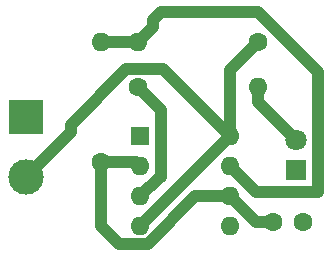
<source format=gbr>
%TF.GenerationSoftware,KiCad,Pcbnew,(6.0.6)*%
%TF.CreationDate,2022-08-06T13:42:41-04:00*%
%TF.ProjectId,Test,54657374-2e6b-4696-9361-645f70636258,rev?*%
%TF.SameCoordinates,Original*%
%TF.FileFunction,Copper,L1,Top*%
%TF.FilePolarity,Positive*%
%FSLAX46Y46*%
G04 Gerber Fmt 4.6, Leading zero omitted, Abs format (unit mm)*
G04 Created by KiCad (PCBNEW (6.0.6)) date 2022-08-06 13:42:41*
%MOMM*%
%LPD*%
G01*
G04 APERTURE LIST*
%TA.AperFunction,ComponentPad*%
%ADD10R,1.600000X1.600000*%
%TD*%
%TA.AperFunction,ComponentPad*%
%ADD11O,1.600000X1.600000*%
%TD*%
%TA.AperFunction,ComponentPad*%
%ADD12C,1.600000*%
%TD*%
%TA.AperFunction,ComponentPad*%
%ADD13R,3.000000X3.000000*%
%TD*%
%TA.AperFunction,ComponentPad*%
%ADD14C,3.000000*%
%TD*%
%TA.AperFunction,ComponentPad*%
%ADD15R,1.800000X1.800000*%
%TD*%
%TA.AperFunction,ComponentPad*%
%ADD16C,1.800000*%
%TD*%
%TA.AperFunction,Conductor*%
%ADD17C,1.000000*%
%TD*%
G04 APERTURE END LIST*
D10*
%TO.P,U1,1,GND*%
%TO.N,GND*%
X113210000Y-93070000D03*
D11*
%TO.P,U1,2,TR*%
%TO.N,Net-(U1-Pad6)*%
X113210000Y-95610000D03*
%TO.P,U1,3,Q*%
%TO.N,Net-(U1-Pad3)*%
X113210000Y-98150000D03*
%TO.P,U1,4,R*%
%TO.N,+9V*%
X113210000Y-100690000D03*
%TO.P,U1,5,CV*%
%TO.N,unconnected-(U1-Pad5)*%
X120830000Y-100690000D03*
%TO.P,U1,6,THR*%
%TO.N,Net-(U1-Pad6)*%
X120830000Y-98150000D03*
%TO.P,U1,7,DIS*%
%TO.N,Net-(U1-Pad7)*%
X120830000Y-95610000D03*
%TO.P,U1,8,VCC*%
%TO.N,+9V*%
X120830000Y-93070000D03*
%TD*%
%TO.P,R3,2*%
%TO.N,Net-(R3-Pad2)*%
X123190000Y-88900000D03*
D12*
%TO.P,R3,1*%
%TO.N,Net-(U1-Pad3)*%
X113030000Y-88900000D03*
%TD*%
%TO.P,R2,1*%
%TO.N,+9V*%
X123190000Y-85090000D03*
D11*
%TO.P,R2,2*%
%TO.N,Net-(U1-Pad7)*%
X113030000Y-85090000D03*
%TD*%
D12*
%TO.P,R1,1*%
%TO.N,Net-(U1-Pad6)*%
X109855000Y-95250000D03*
D11*
%TO.P,R1,2*%
%TO.N,Net-(U1-Pad7)*%
X109855000Y-85090000D03*
%TD*%
D13*
%TO.P,J1,1,Pin_1*%
%TO.N,GND*%
X103505000Y-91440000D03*
D14*
%TO.P,J1,2,Pin_2*%
%TO.N,+9V*%
X103505000Y-96520000D03*
%TD*%
D15*
%TO.P,D1,1,K*%
%TO.N,GND*%
X126365000Y-95885000D03*
D16*
%TO.P,D1,2,A*%
%TO.N,Net-(R3-Pad2)*%
X126365000Y-93345000D03*
%TD*%
D12*
%TO.P,C1,1*%
%TO.N,Net-(U1-Pad6)*%
X124460000Y-100330000D03*
%TO.P,C1,2*%
%TO.N,GND*%
X126960000Y-100330000D03*
%TD*%
D17*
%TO.N,+9V*%
X120830000Y-87450000D02*
X120830000Y-93070000D01*
X123190000Y-85090000D02*
X120830000Y-87450000D01*
X115160000Y-87400000D02*
X120830000Y-93070000D01*
X107315000Y-92075000D02*
X111990000Y-87400000D01*
X111990000Y-87400000D02*
X115160000Y-87400000D01*
X107315000Y-92710000D02*
X107315000Y-92075000D01*
X103505000Y-96520000D02*
X107315000Y-92710000D01*
%TO.N,Net-(U1-Pad3)*%
X114935000Y-90805000D02*
X113030000Y-88900000D01*
X114935000Y-96520000D02*
X114935000Y-90805000D01*
X114840000Y-96520000D02*
X114935000Y-96520000D01*
X113210000Y-98150000D02*
X114840000Y-96520000D01*
%TO.N,Net-(U1-Pad7)*%
X123010000Y-97790000D02*
X120830000Y-95610000D01*
X128270000Y-87630000D02*
X128270000Y-97790000D01*
X123190000Y-82550000D02*
X128270000Y-87630000D01*
X128270000Y-97790000D02*
X123010000Y-97790000D01*
X114935000Y-82550000D02*
X123190000Y-82550000D01*
X114300000Y-83185000D02*
X114935000Y-82550000D01*
X114300000Y-83820000D02*
X114300000Y-83185000D01*
X113030000Y-85090000D02*
X114300000Y-83820000D01*
X109855000Y-85090000D02*
X113030000Y-85090000D01*
%TO.N,Net-(U1-Pad6)*%
X113210000Y-95610000D02*
X112850000Y-95250000D01*
X109855000Y-95250000D02*
X112850000Y-95250000D01*
X109855000Y-100644262D02*
X109855000Y-95250000D01*
X117871321Y-98150000D02*
X113831321Y-102190000D01*
X113831321Y-102190000D02*
X111400738Y-102190000D01*
X111400738Y-102190000D02*
X109855000Y-100644262D01*
X120830000Y-98150000D02*
X117871321Y-98150000D01*
%TO.N,+9V*%
X113210000Y-100690000D02*
X120830000Y-93070000D01*
%TO.N,Net-(U1-Pad6)*%
X124460000Y-100330000D02*
X123010000Y-100330000D01*
X123010000Y-100330000D02*
X120830000Y-98150000D01*
%TO.N,Net-(R3-Pad2)*%
X123190000Y-88900000D02*
X123190000Y-90170000D01*
X123190000Y-90170000D02*
X126365000Y-93345000D01*
%TD*%
M02*

</source>
